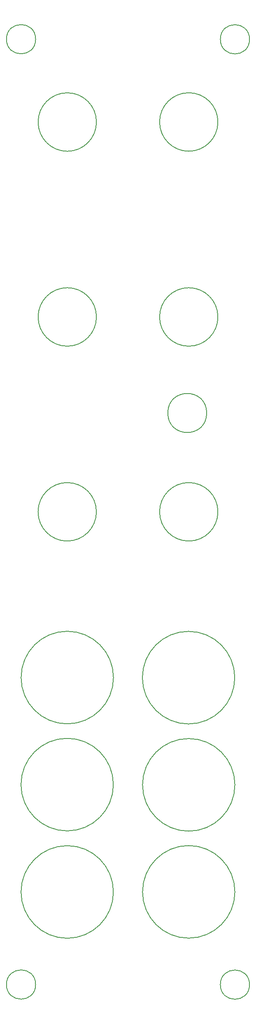
<source format=gbr>
G04 #@! TF.GenerationSoftware,KiCad,Pcbnew,(5.1.9)-1*
G04 #@! TF.CreationDate,2021-08-22T22:13:52+01:00*
G04 #@! TF.ProjectId,Simple Mixer Front Panel,53696d70-6c65-4204-9d69-786572204672,rev?*
G04 #@! TF.SameCoordinates,Original*
G04 #@! TF.FileFunction,Other,Comment*
%FSLAX46Y46*%
G04 Gerber Fmt 4.6, Leading zero omitted, Abs format (unit mm)*
G04 Created by KiCad (PCBNEW (5.1.9)-1) date 2021-08-22 22:13:52*
%MOMM*%
%LPD*%
G01*
G04 APERTURE LIST*
%ADD10C,0.150000*%
G04 APERTURE END LIST*
D10*
X57300000Y-87340000D02*
G75*
G03*
X57300000Y-87340000I-4000000J0D01*
G01*
X63100000Y-185610000D02*
G75*
G03*
X63100000Y-185610000I-9500000J0D01*
G01*
X22110000Y-204630000D02*
G75*
G03*
X22110000Y-204630000I-3000000J0D01*
G01*
X22110000Y-10630000D02*
G75*
G03*
X22110000Y-10630000I-3000000J0D01*
G01*
X59610000Y-107620000D02*
G75*
G03*
X59610000Y-107620000I-6000000J0D01*
G01*
X38110000Y-185630000D02*
G75*
G03*
X38110000Y-185630000I-9500000J0D01*
G01*
X66110000Y-10650000D02*
G75*
G03*
X66110000Y-10650000I-3000000J0D01*
G01*
X66110000Y-204650000D02*
G75*
G03*
X66110000Y-204650000I-3000000J0D01*
G01*
X59610000Y-67630000D02*
G75*
G03*
X59610000Y-67630000I-6000000J0D01*
G01*
X63100000Y-163650000D02*
G75*
G03*
X63100000Y-163650000I-9500000J0D01*
G01*
X34610000Y-107620000D02*
G75*
G03*
X34610000Y-107620000I-6000000J0D01*
G01*
X38100000Y-163600000D02*
G75*
G03*
X38100000Y-163600000I-9500000J0D01*
G01*
X34620000Y-67630000D02*
G75*
G03*
X34620000Y-67630000I-6000000J0D01*
G01*
X63070000Y-141650000D02*
G75*
G03*
X63070000Y-141650000I-9500000J0D01*
G01*
X59610000Y-27620000D02*
G75*
G03*
X59610000Y-27620000I-6000000J0D01*
G01*
X38120000Y-141630000D02*
G75*
G03*
X38120000Y-141630000I-9500000J0D01*
G01*
X34620000Y-27630000D02*
G75*
G03*
X34620000Y-27630000I-6000000J0D01*
G01*
M02*

</source>
